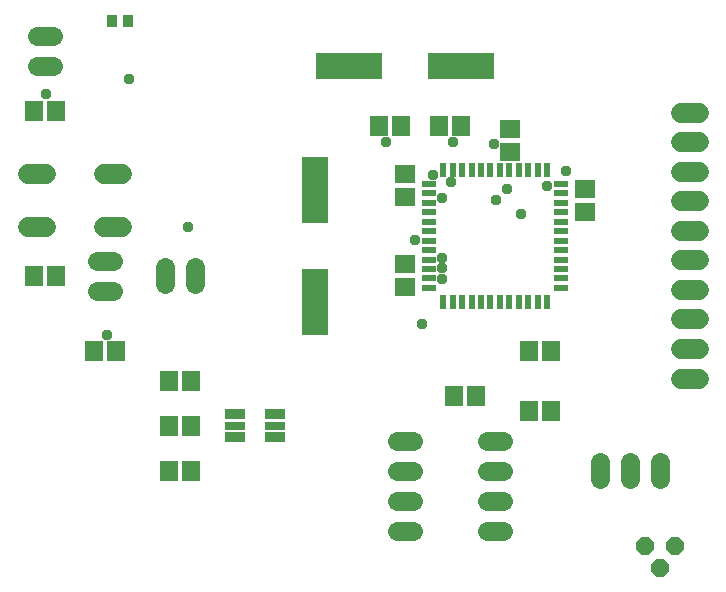
<source format=gbr>
G04 EAGLE Gerber RS-274X export*
G75*
%MOMM*%
%FSLAX34Y34*%
%LPD*%
%INSoldermask Top*%
%IPPOS*%
%AMOC8*
5,1,8,0,0,1.08239X$1,22.5*%
G01*
%ADD10R,1.503200X1.703200*%
%ADD11R,1.703200X1.503200*%
%ADD12C,1.625600*%
%ADD13P,1.649562X8X202.500000*%
%ADD14R,0.903200X1.103200*%
%ADD15R,1.800000X0.850000*%
%ADD16R,1.800000X0.750000*%
%ADD17C,1.727200*%
%ADD18R,2.203200X5.703200*%
%ADD19R,5.703200X2.203200*%
%ADD20R,1.203200X0.603200*%
%ADD21R,0.603200X1.203200*%
%ADD22C,0.959600*%


D10*
X485800Y469900D03*
X504800Y469900D03*
X555600Y469900D03*
X536600Y469900D03*
X612800Y228600D03*
X631800Y228600D03*
X631800Y279400D03*
X612800Y279400D03*
D11*
X660400Y415900D03*
X660400Y396900D03*
X596900Y466700D03*
X596900Y447700D03*
X508000Y409600D03*
X508000Y428600D03*
X508000Y333400D03*
X508000Y352400D03*
D12*
X577088Y203200D02*
X591312Y203200D01*
X591312Y177800D02*
X577088Y177800D01*
X577088Y152400D02*
X591312Y152400D01*
X591312Y127000D02*
X577088Y127000D01*
D13*
X736600Y114300D03*
X723900Y95250D03*
X711200Y114300D03*
D12*
X261112Y330200D02*
X246888Y330200D01*
X246888Y355600D02*
X261112Y355600D01*
X330200Y350012D02*
X330200Y335788D01*
X304800Y335788D02*
X304800Y350012D01*
X210312Y520700D02*
X196088Y520700D01*
X196088Y546100D02*
X210312Y546100D01*
D14*
X273200Y558800D03*
X260200Y558800D03*
D15*
X364250Y225400D03*
D16*
X364250Y215900D03*
D15*
X364250Y206400D03*
X397750Y206400D03*
D16*
X397750Y215900D03*
D15*
X397750Y225400D03*
D12*
X500888Y127000D02*
X515112Y127000D01*
X515112Y152400D02*
X500888Y152400D01*
X500888Y177800D02*
X515112Y177800D01*
X515112Y203200D02*
X500888Y203200D01*
X723900Y184912D02*
X723900Y170688D01*
X698500Y170688D02*
X698500Y184912D01*
X673100Y184912D02*
X673100Y170688D01*
D17*
X741680Y430800D02*
X756920Y430800D01*
X756920Y405800D02*
X741680Y405800D01*
X741680Y305800D02*
X756920Y305800D01*
X756920Y380800D02*
X741680Y380800D01*
X741680Y355800D02*
X756920Y355800D01*
X756920Y330800D02*
X741680Y330800D01*
X741680Y280800D02*
X756920Y280800D01*
X756920Y255800D02*
X741680Y255800D01*
X741680Y455800D02*
X756920Y455800D01*
X756920Y480800D02*
X741680Y480800D01*
D18*
X431800Y415800D03*
X431800Y320800D03*
D19*
X460500Y520700D03*
X555500Y520700D03*
D10*
X308000Y215900D03*
X327000Y215900D03*
X193700Y482600D03*
X212700Y482600D03*
X244500Y279400D03*
X263500Y279400D03*
X193700Y342900D03*
X212700Y342900D03*
X549300Y241300D03*
X568300Y241300D03*
X308000Y254000D03*
X327000Y254000D03*
X308000Y177800D03*
X327000Y177800D03*
D17*
X203708Y429006D02*
X188468Y429006D01*
X188468Y383794D02*
X203708Y383794D01*
X253492Y429006D02*
X268732Y429006D01*
X268732Y383794D02*
X253492Y383794D01*
D20*
X528400Y420500D03*
X528400Y412500D03*
X528400Y404500D03*
X528400Y396500D03*
X528400Y388500D03*
X528400Y380500D03*
X528400Y372500D03*
X528400Y364500D03*
X528400Y356500D03*
X528400Y348500D03*
X528400Y340500D03*
X528400Y332500D03*
D21*
X540400Y320500D03*
X548400Y320500D03*
X556400Y320500D03*
X564400Y320500D03*
X572400Y320500D03*
X580400Y320500D03*
X588400Y320500D03*
X596400Y320500D03*
X604400Y320500D03*
X612400Y320500D03*
X620400Y320500D03*
X628400Y320500D03*
D20*
X640400Y332500D03*
X640400Y340500D03*
X640400Y348500D03*
X640400Y356500D03*
X640400Y364500D03*
X640400Y372500D03*
X640400Y380500D03*
X640400Y388500D03*
X640400Y396500D03*
X640400Y404500D03*
X640400Y412500D03*
X640400Y420500D03*
D21*
X628400Y432500D03*
X620400Y432500D03*
X612400Y432500D03*
X604400Y432500D03*
X596400Y432500D03*
X588400Y432500D03*
X580400Y432500D03*
X572400Y432500D03*
X564400Y432500D03*
X556400Y432500D03*
X548400Y432500D03*
X540400Y432500D03*
D22*
X274320Y509016D03*
X606552Y394716D03*
X547116Y422148D03*
X627888Y419100D03*
X583692Y454152D03*
X644652Y431292D03*
X539496Y348996D03*
X539496Y358140D03*
X204216Y496824D03*
X516636Y373380D03*
X539496Y339852D03*
X594360Y416052D03*
X585216Y406908D03*
X531876Y428244D03*
X548640Y455676D03*
X539496Y408432D03*
X492252Y455676D03*
X324612Y384048D03*
X522732Y301752D03*
X256032Y292608D03*
M02*

</source>
